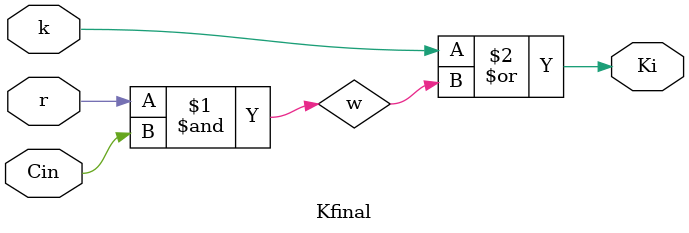
<source format=v>
module Kfinal(Ki, k ,r, Cin);
output Ki;
input k, r, Cin;
wire w;

and a1(w, r, Cin);
or o1(Ki, k, w);
endmodule

</source>
